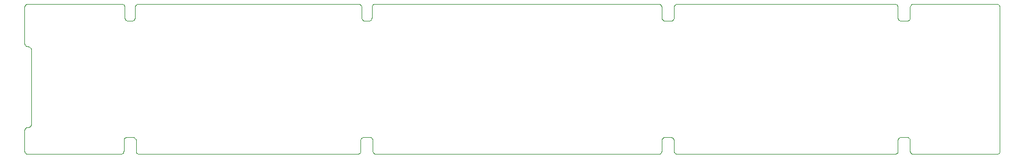
<source format=gbr>
%FSTAX23Y23*%
%MOIN*%
%SFA1B1*%

%IPPOS*%
%ADD149C,0.001000*%
%LNpcb_profile-1*%
%LPD*%
G54D149*
X00394Y00413D02*
D01*
X00394Y00412*
X00394Y0041*
X00394Y00409*
X00395Y00408*
X00395Y00406*
X00395Y00405*
X00396Y00404*
X00397Y00403*
X00397Y00402*
X00398Y00401*
X00399Y004*
X004Y00399*
X00401Y00398*
X00402Y00397*
X00404Y00396*
X00405Y00396*
X00406Y00395*
X00407Y00394*
X00409Y00394*
X0041Y00394*
X00411Y00394*
X00413Y00394*
X00413Y00394*
X00945*
D01*
X00946Y00394*
X00948Y00394*
X00949Y00394*
X0095Y00394*
X00952Y00395*
X00953Y00395*
X00954Y00396*
X00955Y00397*
X00956Y00397*
X00958Y00398*
X00959Y00399*
X0096Y004*
X0096Y00401*
X00961Y00402*
X00962Y00403*
X00963Y00405*
X00963Y00406*
X00964Y00407*
X00964Y00408*
X00964Y0041*
X00964Y00411*
X00965Y00413*
X00965Y00413*
X00965*
Y00472*
D01*
X00965Y00474*
X00965Y00475*
X00965Y00476*
X00965Y00478*
X00966Y00479*
X00966Y0048*
X00967Y00482*
X00968Y00483*
X00968Y00484*
X00969Y00485*
X0097Y00486*
X00971Y00487*
X00972Y00488*
X00973Y00489*
X00974Y00489*
X00976Y0049*
X00977Y00491*
X00978Y00491*
X0098Y00491*
X00981Y00492*
X00982Y00492*
X00984Y00492*
X00984Y00492*
X01016*
D01*
X01017Y00492*
X01019Y00492*
X0102Y00492*
X01021Y00491*
X01023Y00491*
X01024Y0049*
X01025Y0049*
X01026Y00489*
X01027Y00488*
X01028Y00487*
X01029Y00486*
X0103Y00485*
X01031Y00484*
X01032Y00483*
X01033Y00482*
X01033Y00481*
X01034Y0048*
X01034Y00478*
X01035Y00477*
X01035Y00476*
X01035Y00474*
X01035Y00473*
X01035Y00472*
X01035Y00472*
Y00413*
X01035*
D01*
X01036Y00412*
X01036Y0041*
X01036Y00409*
X01036Y00408*
X01037Y00406*
X01037Y00405*
X01038Y00404*
X01038Y00403*
X01039Y00402*
X0104Y00401*
X01041Y004*
X01042Y00399*
X01043Y00398*
X01044Y00397*
X01045Y00396*
X01047Y00396*
X01048Y00395*
X01049Y00394*
X0105Y00394*
X01052Y00394*
X01053Y00394*
X01054Y00394*
X01055Y00394*
X02307*
D01*
X02308Y00394*
X0231Y00394*
X02311Y00394*
X02313Y00394*
X02314Y00395*
X02315Y00395*
X02316Y00396*
X02318Y00397*
X02319Y00397*
X0232Y00398*
X02321Y00399*
X02322Y004*
X02323Y00401*
X02323Y00402*
X02324Y00403*
X02325Y00405*
X02325Y00406*
X02326Y00407*
X02326Y00408*
X02326Y0041*
X02327Y00411*
X02327Y00413*
X02327Y00413*
X02327*
Y00472*
D01*
X02327Y00474*
X02327Y00475*
X02327Y00476*
X02328Y00478*
X02328Y00479*
X02328Y0048*
X02329Y00482*
X0233Y00483*
X02331Y00484*
X02331Y00485*
X02332Y00486*
X02333Y00487*
X02334Y00488*
X02335Y00489*
X02337Y00489*
X02338Y0049*
X02339Y00491*
X0234Y00491*
X02342Y00491*
X02343Y00492*
X02344Y00492*
X02346Y00492*
X02346Y00492*
X02378*
X02378*
D01*
X02379Y00492*
X02381Y00492*
X02382Y00492*
X02383Y00491*
X02385Y00491*
X02386Y0049*
X02387Y0049*
X02388Y00489*
X0239Y00488*
X02391Y00487*
X02392Y00486*
X02393Y00485*
X02393Y00484*
X02394Y00483*
X02395Y00482*
X02396Y00481*
X02396Y0048*
X02397Y00478*
X02397Y00477*
X02397Y00476*
X02398Y00474*
X02398Y00473*
X02398Y00472*
X02398*
Y00413*
X02398*
D01*
X02398Y00412*
X02398Y0041*
X02398Y00409*
X02398Y00408*
X02399Y00406*
X02399Y00405*
X024Y00404*
X02401Y00403*
X02401Y00402*
X02402Y00401*
X02403Y004*
X02404Y00399*
X02405Y00398*
X02406Y00397*
X02407Y00396*
X02409Y00396*
X0241Y00395*
X02411Y00394*
X02413Y00394*
X02414Y00394*
X02415Y00394*
X02417Y00394*
X02417Y00394*
X04039*
D01*
X04041Y00394*
X04042Y00394*
X04043Y00394*
X04045Y00394*
X04046Y00395*
X04047Y00395*
X04049Y00396*
X0405Y00397*
X04051Y00397*
X04052Y00398*
X04053Y00399*
X04054Y004*
X04055Y00401*
X04056Y00402*
X04056Y00403*
X04057Y00405*
X04058Y00406*
X04058Y00407*
X04058Y00408*
X04059Y0041*
X04059Y00411*
X04059Y00413*
X04059Y00413*
X04059*
Y00472*
D01*
X04059Y00474*
X04059Y00475*
X04059Y00476*
X0406Y00478*
X0406Y00479*
X04061Y0048*
X04061Y00482*
X04062Y00483*
X04063Y00484*
X04064Y00485*
X04065Y00486*
X04066Y00487*
X04067Y00488*
X04068Y00489*
X04069Y00489*
X0407Y0049*
X04071Y00491*
X04073Y00491*
X04074Y00491*
X04075Y00492*
X04077Y00492*
X04078Y00492*
X04079Y00492*
X0411*
D01*
X04112Y00492*
X04113Y00492*
X04114Y00492*
X04116Y00491*
X04117Y00491*
X04118Y0049*
X04119Y0049*
X04121Y00489*
X04122Y00488*
X04123Y00487*
X04124Y00486*
X04125Y00485*
X04126Y00484*
X04127Y00483*
X04127Y00482*
X04128Y00481*
X04128Y0048*
X04129Y00478*
X04129Y00477*
X0413Y00476*
X0413Y00474*
X0413Y00473*
X0413Y00472*
Y00413*
D01*
X0413Y00412*
X0413Y0041*
X0413Y00409*
X04131Y00408*
X04131Y00406*
X04132Y00405*
X04132Y00404*
X04133Y00403*
X04134Y00402*
X04134Y00401*
X04135Y004*
X04136Y00399*
X04137Y00398*
X04139Y00397*
X0414Y00396*
X04141Y00396*
X04142Y00395*
X04143Y00394*
X04145Y00394*
X04146Y00394*
X04148Y00394*
X04149Y00394*
X0415Y00394*
X05398*
D01*
X05399Y00394*
X054Y00394*
X05402Y00394*
X05403Y00394*
X05404Y00395*
X05406Y00395*
X05407Y00396*
X05408Y00397*
X05409Y00397*
X0541Y00398*
X05411Y00399*
X05412Y004*
X05413Y00401*
X05414Y00402*
X05415Y00403*
X05415Y00405*
X05416Y00406*
X05416Y00407*
X05417Y00408*
X05417Y0041*
X05417Y00411*
X05417Y00413*
X05417Y00413*
X05417*
Y00472*
D01*
X05417Y00474*
X05417Y00475*
X05418Y00476*
X05418Y00478*
X05418Y00479*
X05419Y0048*
X0542Y00482*
X0542Y00483*
X05421Y00484*
X05422Y00485*
X05423Y00486*
X05424Y00487*
X05425Y00488*
X05426Y00489*
X05427Y00489*
X05428Y0049*
X0543Y00491*
X05431Y00491*
X05432Y00491*
X05434Y00492*
X05435Y00492*
X05436Y00492*
X05437Y00492*
X05468*
D01*
X0547Y00492*
X05471Y00492*
X05473Y00492*
X05474Y00491*
X05475Y00491*
X05476Y0049*
X05478Y0049*
X05479Y00489*
X0548Y00488*
X05481Y00487*
X05482Y00486*
X05483Y00485*
X05484Y00484*
X05485Y00483*
X05485Y00482*
X05486Y00481*
X05487Y0048*
X05487Y00478*
X05488Y00477*
X05488Y00476*
X05488Y00474*
X05488Y00473*
X05488Y00472*
Y00413*
D01*
X05488Y00412*
X05488Y0041*
X05489Y00409*
X05489Y00408*
X05489Y00406*
X0549Y00405*
X0549Y00404*
X05491Y00403*
X05492Y00402*
X05493Y00401*
X05494Y004*
X05495Y00399*
X05496Y00398*
X05497Y00397*
X05498Y00396*
X05499Y00396*
X055Y00395*
X05502Y00394*
X05503Y00394*
X05504Y00394*
X05506Y00394*
X05507Y00394*
X05508Y00394*
X05984*
D01*
X05986Y00394*
X05987Y00394*
X05988Y00394*
X0599Y00394*
X05991Y00395*
X05992Y00395*
X05993Y00396*
X05995Y00397*
X05996Y00397*
X05997Y00398*
X05998Y00399*
X05999Y004*
X06Y00401*
X06Y00402*
X06001Y00403*
X06002Y00405*
X06002Y00406*
X06003Y00407*
X06003Y00408*
X06004Y0041*
X06004Y00411*
X06004Y00412*
X06004Y00413*
Y00413*
Y0124*
D01*
X06004Y01241*
X06004Y01243*
X06003Y01244*
X06003Y01245*
X06003Y01247*
X06002Y01248*
X06002Y01249*
X06001Y0125*
X06Y01252*
X05999Y01253*
X05998Y01254*
X05997Y01255*
X05996Y01255*
X05995Y01256*
X05994Y01257*
X05993Y01258*
X05992Y01258*
X0599Y01259*
X05989Y01259*
X05988Y01259*
X05986Y0126*
X05985Y0126*
X05984Y0126*
X05508*
D01*
X05506Y0126*
X05505Y01259*
X05504Y01259*
X05502Y01259*
X05501Y01258*
X055Y01258*
X05499Y01257*
X05497Y01257*
X05496Y01256*
X05495Y01255*
X05494Y01254*
X05493Y01253*
X05492Y01252*
X05492Y01251*
X05491Y0125*
X0549Y01249*
X0549Y01247*
X05489Y01246*
X05489Y01245*
X05488Y01243*
X05488Y01242*
X05488Y01241*
X05488Y0124*
X05488*
Y01181*
X05488Y01181*
D01*
X05488Y0118*
X05488Y01178*
X05488Y01177*
X05487Y01176*
X05487Y01174*
X05486Y01173*
X05486Y01172*
X05485Y01171*
X05484Y01169*
X05483Y01168*
X05483Y01167*
X05482Y01166*
X05481Y01165*
X05479Y01165*
X05478Y01164*
X05477Y01163*
X05476Y01163*
X05474Y01162*
X05473Y01162*
X05472Y01162*
X0547Y01161*
X05469Y01161*
X05468Y01161*
Y01161*
X05437*
X05437Y01161*
D01*
X05436Y01161*
X05434Y01162*
X05433Y01162*
X05431Y01162*
X0543Y01163*
X05429Y01163*
X05428Y01164*
X05426Y01164*
X05425Y01165*
X05424Y01166*
X05423Y01167*
X05422Y01168*
X05421Y01169*
X05421Y0117*
X0542Y01171*
X05419Y01172*
X05419Y01174*
X05418Y01175*
X05418Y01176*
X05418Y01178*
X05417Y01179*
X05417Y0118*
X05417Y01181*
Y0124*
X05417Y0124*
D01*
X05417Y01241*
X05417Y01243*
X05417Y01244*
X05416Y01245*
X05416Y01247*
X05416Y01248*
X05415Y01249*
X05414Y0125*
X05413Y01252*
X05413Y01253*
X05412Y01254*
X05411Y01255*
X0541Y01256*
X05409Y01256*
X05407Y01257*
X05406Y01258*
X05405Y01258*
X05404Y01259*
X05402Y01259*
X05401Y01259*
X054Y0126*
X05398Y0126*
X05398Y0126*
Y0126*
X0415*
Y0126*
D01*
X04148Y0126*
X04147Y01259*
X04145Y01259*
X04144Y01259*
X04143Y01258*
X04142Y01258*
X0414Y01257*
X04139Y01257*
X04138Y01256*
X04137Y01255*
X04136Y01254*
X04135Y01253*
X04134Y01252*
X04133Y01251*
X04133Y0125*
X04132Y01249*
X04131Y01247*
X04131Y01246*
X04131Y01245*
X0413Y01243*
X0413Y01242*
X0413Y01241*
X0413Y0124*
X0413Y0124*
Y01181*
X0413*
D01*
X0413Y0118*
X0413Y01178*
X04129Y01177*
X04129Y01176*
X04129Y01174*
X04128Y01173*
X04128Y01172*
X04127Y01171*
X04126Y01169*
X04125Y01168*
X04124Y01167*
X04123Y01166*
X04122Y01165*
X04121Y01165*
X0412Y01164*
X04119Y01163*
X04118Y01163*
X04116Y01162*
X04115Y01162*
X04114Y01162*
X04112Y01161*
X04111Y01161*
X0411Y01161*
Y01161*
X04079*
X04079Y01161*
D01*
X04077Y01161*
X04076Y01161*
X04075Y01162*
X04073Y01162*
X04072Y01162*
X04071Y01163*
X04069Y01164*
X04068Y01164*
X04067Y01165*
X04066Y01166*
X04065Y01167*
X04064Y01168*
X04063Y01169*
X04062Y0117*
X04062Y01171*
X04061Y01172*
X0406Y01174*
X0406Y01175*
X0406Y01176*
X04059Y01178*
X04059Y01179*
X04059Y0118*
X04059Y01181*
Y0124*
X04059*
D01*
X04059Y01241*
X04059Y01243*
X04059Y01244*
X04058Y01245*
X04058Y01247*
X04057Y01248*
X04057Y01249*
X04056Y0125*
X04055Y01252*
X04054Y01253*
X04053Y01254*
X04052Y01255*
X04051Y01255*
X0405Y01256*
X04049Y01257*
X04048Y01258*
X04047Y01258*
X04045Y01259*
X04044Y01259*
X04043Y01259*
X04041Y0126*
X0404Y0126*
X04039Y0126*
X02411*
D01*
X0241Y0126*
X02409Y01259*
X02407Y01259*
X02406Y01259*
X02405Y01258*
X02403Y01258*
X02402Y01257*
X02401Y01257*
X024Y01256*
X02399Y01255*
X02398Y01254*
X02397Y01253*
X02396Y01252*
X02395Y01251*
X02394Y0125*
X02394Y01249*
X02393Y01247*
X02393Y01246*
X02392Y01245*
X02392Y01243*
X02392Y01242*
X02392Y01241*
X02392Y0124*
X02392*
Y01181*
X02392Y01181*
D01*
X02392Y0118*
X02391Y01178*
X02391Y01177*
X02391Y01176*
X0239Y01174*
X0239Y01173*
X02389Y01172*
X02389Y01171*
X02388Y01169*
X02387Y01168*
X02386Y01167*
X02385Y01166*
X02384Y01165*
X02383Y01165*
X02382Y01164*
X02381Y01163*
X02379Y01163*
X02378Y01162*
X02377Y01162*
X02375Y01162*
X02374Y01161*
X02373Y01161*
X02372Y01161*
X02372Y01161*
X02352*
Y01161*
D01*
X02351Y01161*
X0235Y01162*
X02348Y01162*
X02347Y01162*
X02346Y01163*
X02344Y01163*
X02343Y01164*
X02342Y01164*
X02341Y01165*
X0234Y01166*
X02339Y01167*
X02338Y01168*
X02337Y01169*
X02336Y0117*
X02335Y01171*
X02335Y01172*
X02334Y01174*
X02334Y01175*
X02333Y01176*
X02333Y01178*
X02333Y01179*
X02333Y0118*
X02333Y01181*
X02333Y01181*
Y0124*
X02333Y0124*
D01*
X02333Y01241*
X02332Y01243*
X02332Y01244*
X02332Y01245*
X02331Y01247*
X02331Y01248*
X0233Y01249*
X0233Y0125*
X02329Y01252*
X02328Y01253*
X02327Y01254*
X02326Y01255*
X02325Y01256*
X02324Y01256*
X02323Y01257*
X02322Y01258*
X0232Y01258*
X02319Y01259*
X02318Y01259*
X02316Y01259*
X02315Y0126*
X02314Y0126*
X02313Y0126*
X02313Y0126*
X01049*
Y0126*
D01*
X01048Y0126*
X01047Y01259*
X01045Y01259*
X01044Y01259*
X01043Y01258*
X01041Y01258*
X0104Y01257*
X01039Y01257*
X01038Y01256*
X01037Y01255*
X01036Y01254*
X01035Y01253*
X01034Y01252*
X01033Y01251*
X01032Y0125*
X01032Y01249*
X01031Y01247*
X01031Y01246*
X0103Y01245*
X0103Y01243*
X0103Y01242*
X0103Y01241*
X0103Y0124*
X0103Y0124*
Y01181*
X0103Y01181*
D01*
X01029Y0118*
X01029Y01178*
X01029Y01177*
X01029Y01176*
X01028Y01174*
X01028Y01173*
X01027Y01172*
X01027Y01171*
X01026Y01169*
X01025Y01168*
X01024Y01167*
X01023Y01166*
X01022Y01165*
X01021Y01165*
X0102Y01164*
X01018Y01163*
X01017Y01163*
X01016Y01162*
X01015Y01162*
X01013Y01162*
X01012Y01161*
X01011Y01161*
X0101Y01161*
Y01161*
X0099*
X0099Y01161*
D01*
X00989Y01161*
X00987Y01161*
X00986Y01162*
X00985Y01162*
X00983Y01162*
X00982Y01163*
X00981Y01164*
X0098Y01164*
X00979Y01165*
X00978Y01166*
X00977Y01167*
X00976Y01168*
X00975Y01169*
X00974Y0117*
X00973Y01171*
X00973Y01172*
X00972Y01174*
X00972Y01175*
X00971Y01176*
X00971Y01178*
X00971Y01179*
X00971Y0118*
X00971Y01181*
X00971*
Y0124*
X0097*
D01*
X0097Y01241*
X0097Y01243*
X0097Y01244*
X0097Y01245*
X00969Y01247*
X00969Y01248*
X00968Y01249*
X00967Y0125*
X00967Y01252*
X00966Y01253*
X00965Y01254*
X00964Y01255*
X00963Y01255*
X00962Y01256*
X00961Y01257*
X00959Y01258*
X00958Y01258*
X00957Y01259*
X00956Y01259*
X00954Y01259*
X00953Y0126*
X00951Y0126*
X00951Y0126*
X00413*
D01*
X00412Y0126*
X00411Y01259*
X00409Y01259*
X00408Y01259*
X00407Y01258*
X00405Y01258*
X00404Y01257*
X00403Y01257*
X00402Y01256*
X00401Y01255*
X004Y01254*
X00399Y01253*
X00398Y01252*
X00397Y01251*
X00396Y0125*
X00396Y01249*
X00395Y01247*
X00395Y01246*
X00394Y01245*
X00394Y01243*
X00394Y01242*
X00394Y01241*
X00394Y0124*
X00394Y01034*
X00394*
D01*
X00394Y01032*
X00394Y01031*
X00394Y01029*
X00395Y01028*
X00395Y01027*
X00395Y01025*
X00396Y01024*
X00397Y01023*
X00397Y01022*
X00398Y01021*
X00399Y0102*
X004Y01019*
X00401Y01018*
X00402Y01017*
X00404Y01016*
X00405Y01016*
X00406Y01015*
X00407Y01015*
X00409Y01014*
X0041Y01014*
X00411Y01014*
X00413Y01014*
X00413Y01014*
D01*
X00415Y01014*
X00416Y01014*
X00418Y01013*
X00419Y01013*
X0042Y01013*
X00421Y01012*
X00423Y01012*
X00424Y01011*
X00425Y0101*
X00426Y01009*
X00427Y01008*
X00428Y01007*
X00429Y01006*
X0043Y01005*
X0043Y01004*
X00431Y01003*
X00432Y01002*
X00432Y01*
X00433Y00999*
X00433Y00998*
X00433Y00996*
X00433Y00995*
X00433Y00994*
Y00569*
D01*
X00433Y00568*
X00433Y00566*
X00433Y00565*
X00432Y00564*
X00432Y00562*
X00431Y00561*
X00431Y0056*
X0043Y00559*
X00429Y00557*
X00429Y00556*
X00428Y00555*
X00427Y00554*
X00426Y00553*
X00424Y00553*
X00423Y00552*
X00422Y00551*
X00421Y00551*
X0042Y0055*
X00418Y0055*
X00417Y0055*
X00415Y00549*
X00414Y00549*
X00413Y00549*
D01*
X00412Y00549*
X00411Y00549*
X00409Y00549*
X00408Y00548*
X00407Y00548*
X00405Y00548*
X00404Y00547*
X00403Y00546*
X00402Y00545*
X00401Y00545*
X004Y00544*
X00399Y00543*
X00398Y00542*
X00397Y00541*
X00396Y00539*
X00396Y00538*
X00395Y00537*
X00395Y00536*
X00394Y00534*
X00394Y00533*
X00394Y00532*
X00394Y0053*
X00394Y0053*
Y00413*
M02*
</source>
